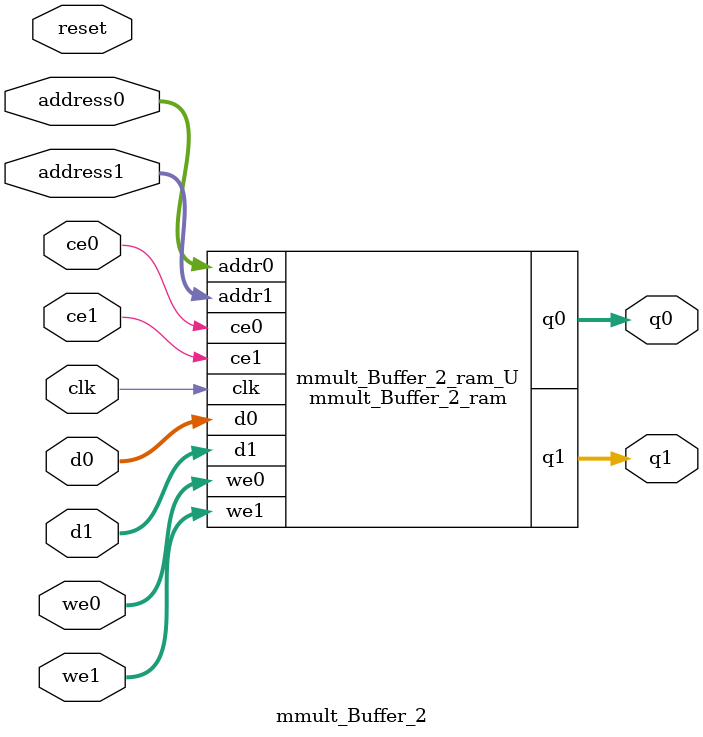
<source format=v>
`timescale 1 ns / 1 ps
module mmult_Buffer_2_ram (addr0, ce0, d0, we0, q0, addr1, ce1, d1, we1, q1,  clk);

parameter DWIDTH = 384;
parameter AWIDTH = 9;
parameter MEM_SIZE = 384;
parameter COL_WIDTH = 8;
parameter NUM_COL = (DWIDTH/COL_WIDTH);

input[AWIDTH-1:0] addr0;
input ce0;
input[DWIDTH-1:0] d0;
input [NUM_COL-1:0] we0;
output reg[DWIDTH-1:0] q0;
input[AWIDTH-1:0] addr1;
input ce1;
input[DWIDTH-1:0] d1;
input [NUM_COL-1:0] we1;
output reg[DWIDTH-1:0] q1;
input clk;

(* ram_style = "block" *)reg [DWIDTH-1:0] ram[0:MEM_SIZE-1];



genvar i;

generate
    for (i=0;i<NUM_COL;i=i+1) begin
        always @(posedge clk) begin
            if (ce0) begin
                if (we0[i]) begin
                    ram[addr0][i*COL_WIDTH +: COL_WIDTH] <= d0[i*COL_WIDTH +: COL_WIDTH]; 
                end
                q0[i*COL_WIDTH +: COL_WIDTH] <= ram[addr0][i*COL_WIDTH +: COL_WIDTH];
            end
        end
    end
endgenerate


generate
    for (i=0;i<NUM_COL;i=i+1) begin
        always @(posedge clk) begin
            if (ce1) begin
                if (we1[i]) begin
                    ram[addr1][i*COL_WIDTH +: COL_WIDTH] <= d1[i*COL_WIDTH +: COL_WIDTH]; 
                end
                q1[i*COL_WIDTH +: COL_WIDTH] <= ram[addr1][i*COL_WIDTH +: COL_WIDTH];
            end
        end
    end
endgenerate


endmodule

`timescale 1 ns / 1 ps
module mmult_Buffer_2(
    reset,
    clk,
    address0,
    ce0,
    we0,
    d0,
    q0,
    address1,
    ce1,
    we1,
    d1,
    q1);

parameter DataWidth = 32'd384;
parameter AddressRange = 32'd384;
parameter AddressWidth = 32'd9;
input reset;
input clk;
input[AddressWidth - 1:0] address0;
input ce0;
input[DataWidth/8 - 1:0] we0;
input[DataWidth - 1:0] d0;
output[DataWidth - 1:0] q0;
input[AddressWidth - 1:0] address1;
input ce1;
input[DataWidth/8 - 1:0] we1;
input[DataWidth - 1:0] d1;
output[DataWidth - 1:0] q1;



mmult_Buffer_2_ram mmult_Buffer_2_ram_U(
    .clk( clk ),
    .addr0( address0 ),
    .ce0( ce0 ),
    .we0( we0 ),
    .d0( d0 ),
    .q0( q0 ),
    .addr1( address1 ),
    .ce1( ce1 ),
    .we1( we1 ),
    .d1( d1 ),
    .q1( q1 ));

endmodule


</source>
